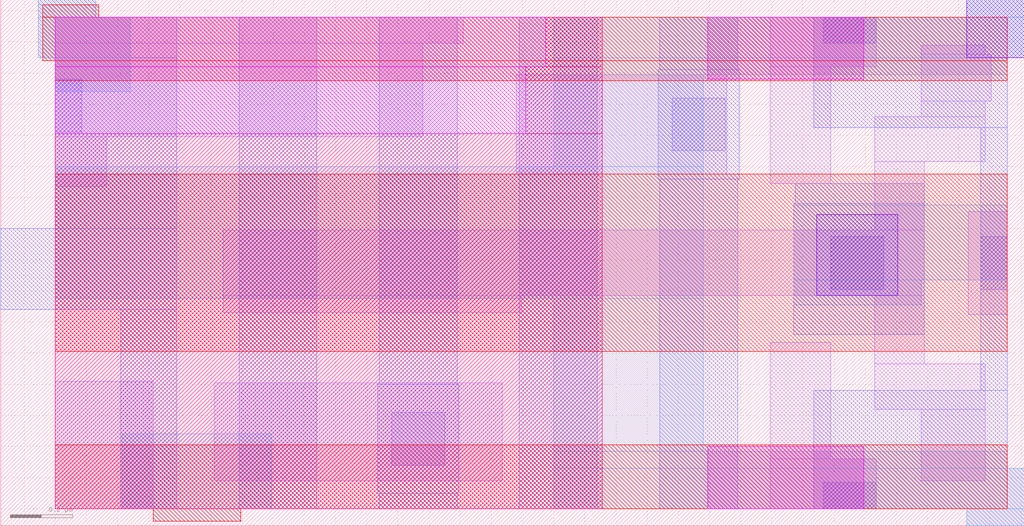
<source format=lef>
# Copyright 2020 The SkyWater PDK Authors
#
# Licensed under the Apache License, Version 2.0 (the "License");
# you may not use this file except in compliance with the License.
# You may obtain a copy of the License at
#
#     https://www.apache.org/licenses/LICENSE-2.0
#
# Unless required by applicable law or agreed to in writing, software
# distributed under the License is distributed on an "AS IS" BASIS,
# WITHOUT WARRANTIES OR CONDITIONS OF ANY KIND, either express or implied.
# See the License for the specific language governing permissions and
# limitations under the License.
#
# SPDX-License-Identifier: Apache-2.0

VERSION 5.7 ;
  NOWIREEXTENSIONATPIN ON ;
  DIVIDERCHAR "/" ;
  BUSBITCHARS "[]" ;
MACRO sky130_fd_bd_sram__sram_dp_swldrv_opt1c
  CLASS BLOCK ;
  FOREIGN sky130_fd_bd_sram__sram_dp_swldrv_opt1c ;
  ORIGIN  0.175000  0.055000 ;
  SIZE  3.285000 BY  1.690000 ;
  OBS
    LAYER li1 ;
      RECT 0.000000 0.000000 0.315000 0.410000 ;
      RECT 0.000000 1.035000 0.165000 1.195000 ;
      RECT 0.000000 1.195000 1.180000 1.495000 ;
      RECT 0.000000 1.495000 1.310000 1.580000 ;
      RECT 0.510000 0.090000 1.435000 0.405000 ;
      RECT 0.540000 0.630000 1.495000 0.685000 ;
      RECT 0.540000 0.685000 2.790000 0.895000 ;
      RECT 1.480000 1.075000 2.155000 1.395000 ;
      RECT 2.295000 0.000000 2.635000 0.160000 ;
      RECT 2.295000 0.160000 2.490000 0.535000 ;
      RECT 2.295000 1.045000 2.490000 1.420000 ;
      RECT 2.295000 1.420000 2.635000 1.580000 ;
      RECT 2.630000 0.320000 2.985000 0.465000 ;
      RECT 2.630000 0.465000 2.790000 0.685000 ;
      RECT 2.630000 0.895000 2.790000 1.115000 ;
      RECT 2.630000 1.115000 2.985000 1.260000 ;
      RECT 2.780000 0.090000 2.985000 0.320000 ;
      RECT 2.780000 1.260000 2.985000 1.310000 ;
      RECT 2.780000 1.310000 3.005000 1.460000 ;
      RECT 2.780000 1.460000 2.985000 1.490000 ;
      RECT 2.930000 0.625000 3.055000 0.955000 ;
    LAYER mcon ;
      RECT 0.000000 1.210000 0.085000 1.380000 ;
      RECT 1.080000 0.140000 1.250000 0.310000 ;
      RECT 1.980000 1.150000 2.150000 1.320000 ;
      RECT 2.465000 0.000000 2.635000 0.085000 ;
      RECT 2.465000 1.495000 2.635000 1.580000 ;
      RECT 2.490000 0.705000 2.660000 0.875000 ;
      RECT 2.970000 0.705000 3.055000 0.875000 ;
    LAYER met1 ;
      RECT -0.175000  0.640000 0.390000 0.900000 ;
      RECT -0.055000  1.450000 0.390000 1.580000 ;
      RECT -0.055000  1.580000 0.130000 1.635000 ;
      RECT  0.000000  0.900000 0.390000 1.450000 ;
      RECT  0.210000  0.000000 0.390000 0.640000 ;
      RECT  0.590000  0.000000 0.840000 1.580000 ;
      RECT  1.035000  0.050000 1.295000 0.400000 ;
      RECT  1.040000  0.000000 1.290000 0.050000 ;
      RECT  1.040000  0.400000 1.290000 1.580000 ;
      RECT  1.490000  0.000000 1.740000 1.580000 ;
      RECT  1.935000  1.060000 2.195000 1.410000 ;
      RECT  1.940000  0.000000 2.190000 1.060000 ;
      RECT  1.940000  1.410000 2.190000 1.580000 ;
      RECT  2.370000  0.560000 2.790000 0.980000 ;
      RECT  2.375000  0.980000 2.790000 1.045000 ;
      RECT  2.435000  0.000000 3.110000 0.130000 ;
      RECT  2.435000  0.130000 3.055000 0.380000 ;
      RECT  2.435000  1.225000 3.055000 1.450000 ;
      RECT  2.435000  1.450000 3.110000 1.580000 ;
      RECT  2.925000 -0.055000 3.110000 0.000000 ;
      RECT  2.925000  1.580000 3.110000 1.635000 ;
      RECT  2.970000  0.380000 3.055000 1.225000 ;
    LAYER met2 ;
      RECT -0.055000  1.450000 0.240000 1.580000 ;
      RECT -0.055000  1.580000 0.140000 1.620000 ;
      RECT -0.055000  1.620000 0.130000 1.635000 ;
      RECT -0.040000  1.440000 0.240000 1.450000 ;
      RECT  0.000000  0.675000 2.080000 1.100000 ;
      RECT  0.000000  1.340000 0.240000 1.440000 ;
      RECT  0.215000  0.000000 0.695000 0.240000 ;
      RECT  0.315000 -0.040000 0.595000 0.000000 ;
      RECT  1.600000  0.000000 3.110000 0.130000 ;
      RECT  1.600000  0.130000 3.055000 0.185000 ;
      RECT  1.600000  0.185000 2.080000 0.675000 ;
      RECT  1.600000  1.100000 2.080000 1.395000 ;
      RECT  1.600000  1.395000 3.055000 1.450000 ;
      RECT  1.600000  1.450000 3.110000 1.580000 ;
      RECT  2.370000  0.655000 2.780000 0.735000 ;
      RECT  2.370000  0.735000 3.055000 0.975000 ;
      RECT  2.925000 -0.055000 3.110000 0.000000 ;
      RECT  2.925000  1.580000 3.110000 1.635000 ;
    LAYER met3 ;
      RECT -0.040000  1.440000 3.055000 1.580000 ;
      RECT -0.040000  1.580000 0.140000 1.620000 ;
      RECT  0.000000  0.000000 3.055000 0.205000 ;
      RECT  0.000000  0.505000 3.055000 1.075000 ;
      RECT  0.000000  1.375000 3.055000 1.440000 ;
      RECT  0.315000 -0.040000 0.595000 0.000000 ;
    LAYER nwell ;
      RECT 0.000000 0.000000 1.755000 1.205000 ;
    LAYER nwell ;
      RECT 1.510000 1.205000 1.755000 1.420000 ;
    LAYER nwell ;
      RECT 1.575000 1.420000 1.755000 1.580000 ;
    LAYER pwell ;
      RECT 0.000000 1.205000 1.510000 1.420000 ;
    LAYER pwell ;
      RECT 0.000000 1.420000 1.575000 1.580000 ;
    LAYER pwell ;
      RECT 2.095000 0.000000 2.595000 0.200000 ;
    LAYER pwell ;
      RECT 2.095000 1.380000 2.595000 1.580000 ;
    LAYER via ;
      RECT 2.445000 0.685000 2.705000 0.945000 ;
      RECT 2.925000 1.450000 3.110000 1.635000 ;
  END
END sky130_fd_bd_sram__sram_dp_swldrv_opt1c
END LIBRARY

</source>
